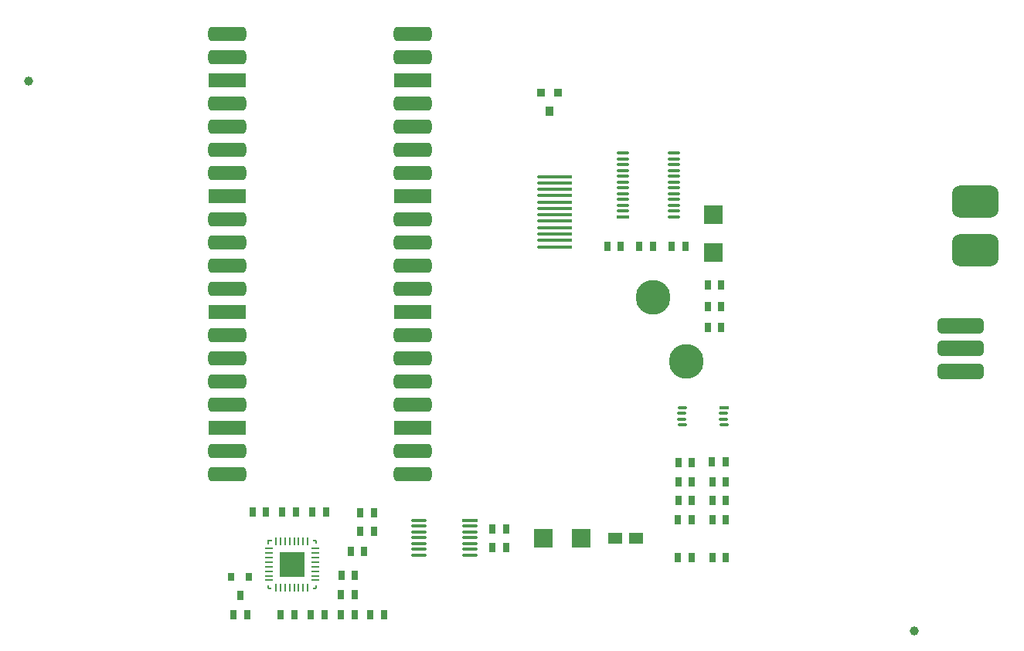
<source format=gbp>
G04*
G04 #@! TF.GenerationSoftware,Altium Limited,CircuitStudio,1.5.2 (30)*
G04*
G04 Layer_Color=16770453*
%FSLAX25Y25*%
%MOIN*%
G70*
G01*
G75*
%ADD15C,0.03937*%
%ADD30O,0.07000X0.01200*%
%ADD31R,0.07000X0.01200*%
%ADD32O,0.05400X0.01200*%
%ADD33R,0.05400X0.01200*%
%ADD34R,0.03150X0.03937*%
%ADD35R,0.08000X0.08000*%
%ADD36R,0.02800X0.04200*%
%ADD37R,0.02800X0.03600*%
%ADD38R,0.03600X0.04200*%
%ADD39R,0.03600X0.03600*%
G04:AMPARAMS|DCode=40|XSize=62mil|YSize=164mil|CornerRadius=17.05mil|HoleSize=0mil|Usage=FLASHONLY|Rotation=270.000|XOffset=0mil|YOffset=0mil|HoleType=Round|Shape=RoundedRectangle|*
%AMROUNDEDRECTD40*
21,1,0.06200,0.12990,0,0,270.0*
21,1,0.02790,0.16400,0,0,270.0*
1,1,0.03410,-0.06495,-0.01395*
1,1,0.03410,-0.06495,0.01395*
1,1,0.03410,0.06495,0.01395*
1,1,0.03410,0.06495,-0.01395*
%
%ADD40ROUNDEDRECTD40*%
%ADD41R,0.16400X0.06200*%
%ADD42O,0.04400X0.01378*%
%ADD43O,0.04400X0.01378*%
%ADD44R,0.04400X0.01378*%
%ADD45R,0.01700X0.00600*%
%ADD46R,0.00600X0.01700*%
%ADD47R,0.01460X0.00600*%
%ADD48R,0.00600X0.01460*%
G04:AMPARAMS|DCode=49|XSize=7.8mil|YSize=6mil|CornerRadius=0mil|HoleSize=0mil|Usage=FLASHONLY|Rotation=225.000|XOffset=0mil|YOffset=0mil|HoleType=Round|Shape=Rectangle|*
%AMROTATEDRECTD49*
4,1,4,0.00064,0.00488,0.00488,0.00064,-0.00064,-0.00488,-0.00488,-0.00064,0.00064,0.00488,0.0*
%
%ADD49ROTATEDRECTD49*%

%ADD50R,0.11000X0.11000*%
%ADD51R,0.00984X0.03500*%
%ADD52O,0.00984X0.03500*%
%ADD53O,0.03500X0.00984*%
%ADD54R,0.06000X0.05000*%
%ADD55R,0.08000X0.08000*%
%ADD56C,0.15000*%
G04:AMPARAMS|DCode=57|XSize=14mil|YSize=150mil|CornerRadius=3.5mil|HoleSize=0mil|Usage=FLASHONLY|Rotation=270.000|XOffset=0mil|YOffset=0mil|HoleType=Round|Shape=RoundedRectangle|*
%AMROUNDEDRECTD57*
21,1,0.01400,0.14300,0,0,270.0*
21,1,0.00700,0.15000,0,0,270.0*
1,1,0.00700,-0.07150,-0.00350*
1,1,0.00700,-0.07150,0.00350*
1,1,0.00700,0.07150,0.00350*
1,1,0.00700,0.07150,-0.00350*
%
%ADD57ROUNDEDRECTD57*%
G04:AMPARAMS|DCode=58|XSize=200mil|YSize=140mil|CornerRadius=35mil|HoleSize=0mil|Usage=FLASHONLY|Rotation=0.000|XOffset=0mil|YOffset=0mil|HoleType=Round|Shape=RoundedRectangle|*
%AMROUNDEDRECTD58*
21,1,0.20000,0.07000,0,0,0.0*
21,1,0.13000,0.14000,0,0,0.0*
1,1,0.07000,0.06500,-0.03500*
1,1,0.07000,-0.06500,-0.03500*
1,1,0.07000,-0.06500,0.03500*
1,1,0.07000,0.06500,0.03500*
%
%ADD58ROUNDEDRECTD58*%
G04:AMPARAMS|DCode=59|XSize=65mil|YSize=200mil|CornerRadius=16.25mil|HoleSize=0mil|Usage=FLASHONLY|Rotation=270.000|XOffset=0mil|YOffset=0mil|HoleType=Round|Shape=RoundedRectangle|*
%AMROUNDEDRECTD59*
21,1,0.06500,0.16750,0,0,270.0*
21,1,0.03250,0.20000,0,0,270.0*
1,1,0.03250,-0.08375,-0.01625*
1,1,0.03250,-0.08375,0.01625*
1,1,0.03250,0.08375,0.01625*
1,1,0.03250,0.08375,-0.01625*
%
%ADD59ROUNDEDRECTD59*%
D15*
X2915200Y1950500D02*
D03*
X3296902Y1713234D02*
D03*
D30*
X3083400Y1761000D02*
D03*
Y1758500D02*
D03*
Y1756000D02*
D03*
Y1753500D02*
D03*
Y1751000D02*
D03*
Y1748500D02*
D03*
Y1746000D02*
D03*
X3105300Y1746000D02*
D03*
Y1748500D02*
D03*
Y1751000D02*
D03*
X3105300Y1753500D02*
D03*
X3105300Y1756000D02*
D03*
Y1758500D02*
D03*
D31*
Y1761000D02*
D03*
D32*
X3171500Y1909500D02*
D03*
Y1912000D02*
D03*
Y1914500D02*
D03*
Y1917000D02*
D03*
Y1919500D02*
D03*
X3193400D02*
D03*
Y1917000D02*
D03*
Y1914500D02*
D03*
Y1912000D02*
D03*
Y1909500D02*
D03*
Y1892000D02*
D03*
Y1894500D02*
D03*
Y1897000D02*
D03*
Y1899500D02*
D03*
Y1902000D02*
D03*
Y1904500D02*
D03*
Y1907000D02*
D03*
X3171500D02*
D03*
Y1904500D02*
D03*
Y1902000D02*
D03*
Y1899500D02*
D03*
Y1897000D02*
D03*
Y1894500D02*
D03*
D33*
Y1892000D02*
D03*
D34*
X3215800Y1745000D02*
D03*
X3209900D02*
D03*
X3207900Y1862600D02*
D03*
X3213800D02*
D03*
Y1844200D02*
D03*
X3207900D02*
D03*
X3213800Y1853400D02*
D03*
X3207900D02*
D03*
X3023700Y1720300D02*
D03*
X3029600D02*
D03*
X3064100Y1764200D02*
D03*
X3058200D02*
D03*
X3062500Y1720300D02*
D03*
X3068400D02*
D03*
X3055800Y1737400D02*
D03*
X3049900D02*
D03*
X3059800Y1747500D02*
D03*
X3053900D02*
D03*
X3064100Y1756100D02*
D03*
X3058200D02*
D03*
X3120900Y1757100D02*
D03*
X3115000D02*
D03*
X3120900Y1749400D02*
D03*
X3115000D02*
D03*
X3198244Y1879234D02*
D03*
X3192344D02*
D03*
X3030400Y1764700D02*
D03*
X3024500D02*
D03*
X3049800Y1729000D02*
D03*
X3055700D02*
D03*
X3036700Y1720300D02*
D03*
X3042600D02*
D03*
X3003400D02*
D03*
X3009300D02*
D03*
X3017500Y1764700D02*
D03*
X3011600D02*
D03*
X3055569Y1720300D02*
D03*
X3049669D02*
D03*
X3215800Y1777700D02*
D03*
X3209900D02*
D03*
X3201200Y1786000D02*
D03*
X3195300D02*
D03*
X3215800Y1761200D02*
D03*
X3209900D02*
D03*
X3215800Y1769500D02*
D03*
X3209900D02*
D03*
X3043300Y1764700D02*
D03*
X3037400D02*
D03*
X3170472Y1879234D02*
D03*
X3164572D02*
D03*
X3184358D02*
D03*
X3178458D02*
D03*
X3201200Y1777700D02*
D03*
X3195300D02*
D03*
X3201200Y1769500D02*
D03*
X3195300D02*
D03*
X3195200Y1761200D02*
D03*
X3201100D02*
D03*
X3209800Y1786100D02*
D03*
X3215700D02*
D03*
X3195200Y1744900D02*
D03*
X3201100D02*
D03*
D35*
X3210444Y1876715D02*
D03*
Y1893046D02*
D03*
D36*
X3006300Y1728700D02*
D03*
D37*
X3010000Y1736700D02*
D03*
X3002500D02*
D03*
D38*
X3139800Y1937700D02*
D03*
D39*
X3143500Y1945700D02*
D03*
X3136000D02*
D03*
D40*
X3000602Y1970773D02*
D03*
Y1960773D02*
D03*
Y1940773D02*
D03*
Y1930773D02*
D03*
Y1880773D02*
D03*
Y1890773D02*
D03*
Y1910773D02*
D03*
Y1920773D02*
D03*
Y1830773D02*
D03*
Y1840773D02*
D03*
Y1860773D02*
D03*
Y1870773D02*
D03*
Y1780773D02*
D03*
Y1790773D02*
D03*
Y1810773D02*
D03*
Y1820773D02*
D03*
X3080602Y1810773D02*
D03*
Y1790773D02*
D03*
Y1780773D02*
D03*
Y1860773D02*
D03*
Y1840773D02*
D03*
Y1830773D02*
D03*
Y1820773D02*
D03*
Y1910773D02*
D03*
Y1890773D02*
D03*
Y1880773D02*
D03*
Y1870773D02*
D03*
Y1920773D02*
D03*
Y1930773D02*
D03*
Y1940773D02*
D03*
Y1960773D02*
D03*
Y1970773D02*
D03*
D41*
X3000602Y1950773D02*
D03*
Y1900773D02*
D03*
Y1850773D02*
D03*
Y1800773D02*
D03*
X3080602D02*
D03*
Y1950773D02*
D03*
Y1850773D02*
D03*
Y1900773D02*
D03*
D42*
X3214900Y1802100D02*
D03*
X3196900Y1809600D02*
D03*
D43*
X3214800Y1807200D02*
D03*
X3214800Y1804600D02*
D03*
X3196900Y1802100D02*
D03*
X3196800Y1807200D02*
D03*
Y1804700D02*
D03*
D44*
X3214900Y1809600D02*
D03*
D45*
X3038300Y1752300D02*
D03*
X3018880Y1731621D02*
D03*
X3038329Y1731650D02*
D03*
D46*
X3038900Y1751700D02*
D03*
X3018279Y1732221D02*
D03*
X3038929Y1732250D02*
D03*
D47*
X3019300Y1752300D02*
D03*
D48*
X3018300Y1751300D02*
D03*
D49*
X3018500Y1752100D02*
D03*
D50*
X3028590Y1741961D02*
D03*
D51*
X3021700Y1752000D02*
D03*
D52*
X3023668D02*
D03*
X3025637D02*
D03*
X3027605D02*
D03*
X3029574D02*
D03*
X3031543D02*
D03*
X3033511D02*
D03*
X3035480D02*
D03*
X3035480Y1731921D02*
D03*
X3033511D02*
D03*
X3031543D02*
D03*
X3029574D02*
D03*
X3027605D02*
D03*
X3025637D02*
D03*
X3023668D02*
D03*
X3021700Y1731921D02*
D03*
D53*
X3038629Y1739008D02*
D03*
Y1740976D02*
D03*
Y1748850D02*
D03*
Y1746882D02*
D03*
Y1744913D02*
D03*
Y1742945D02*
D03*
X3018550D02*
D03*
Y1744913D02*
D03*
Y1746882D02*
D03*
Y1748850D02*
D03*
Y1740976D02*
D03*
Y1739008D02*
D03*
X3038629Y1735071D02*
D03*
Y1737039D02*
D03*
X3018550D02*
D03*
Y1735071D02*
D03*
D54*
X3176900Y1753300D02*
D03*
X3167900D02*
D03*
D55*
X3137120Y1753200D02*
D03*
X3153451D02*
D03*
D56*
X3184500Y1857400D02*
D03*
X3198700Y1829500D02*
D03*
D57*
X3142188Y1887327D02*
D03*
Y1884571D02*
D03*
Y1881815D02*
D03*
Y1879059D02*
D03*
Y1898350D02*
D03*
Y1895594D02*
D03*
Y1892839D02*
D03*
Y1890083D02*
D03*
Y1901106D02*
D03*
Y1903862D02*
D03*
Y1906618D02*
D03*
Y1909374D02*
D03*
D58*
X3323378Y1898659D02*
D03*
Y1877659D02*
D03*
D59*
X3316929Y1844982D02*
D03*
Y1825297D02*
D03*
Y1835139D02*
D03*
M02*

</source>
